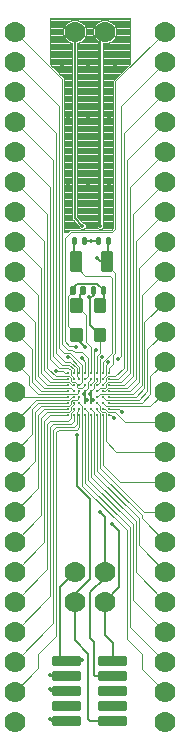
<source format=gtl>
G75*
%MOIN*%
%OFA0B0*%
%FSLAX24Y24*%
%IPPOS*%
%LPD*%
%AMOC8*
5,1,8,0,0,1.08239X$1,22.5*
%
%ADD10C,0.0106*%
%ADD11C,0.0700*%
%ADD12C,0.0117*%
%ADD13C,0.0118*%
%ADD14C,0.0060*%
%ADD15C,0.0040*%
%ADD16C,0.0139*%
%ADD17C,0.0080*%
D10*
X003977Y010928D03*
X003977Y011125D03*
X003977Y011322D03*
X003977Y011519D03*
X003977Y011716D03*
X003977Y011913D03*
X003977Y012109D03*
X003977Y012306D03*
X004174Y012306D03*
X004174Y012109D03*
X004174Y011913D03*
X004174Y011716D03*
X004174Y011519D03*
X004174Y011322D03*
X004174Y011125D03*
X004174Y010928D03*
X004371Y010928D03*
X004371Y011125D03*
X004371Y011322D03*
X004371Y011519D03*
X004371Y011716D03*
X004371Y011913D03*
X004371Y012109D03*
X004371Y012306D03*
X004568Y012306D03*
X004568Y012109D03*
X004568Y011913D03*
X004568Y011716D03*
X004568Y011519D03*
X004568Y011322D03*
X004568Y011125D03*
X004568Y010928D03*
X004765Y010928D03*
X004765Y011125D03*
X004765Y011322D03*
X004765Y011519D03*
X004765Y011716D03*
X004765Y011913D03*
X004765Y012109D03*
X004765Y012306D03*
X004962Y012306D03*
X004962Y012109D03*
X004962Y011913D03*
X004962Y011716D03*
X004962Y011519D03*
X004962Y011322D03*
X004962Y011125D03*
X004962Y010928D03*
X005159Y010928D03*
X005159Y011125D03*
X005159Y011322D03*
X005159Y011519D03*
X005159Y011716D03*
X005159Y011913D03*
X005159Y012109D03*
X005159Y012306D03*
X005355Y012306D03*
X005355Y012109D03*
X005355Y011913D03*
X005355Y011716D03*
X005355Y011519D03*
X005355Y011322D03*
X005355Y011125D03*
X005355Y010928D03*
D11*
X002214Y000700D03*
X002214Y001700D03*
X002214Y002700D03*
X002214Y003700D03*
X002214Y004700D03*
X002214Y005700D03*
X002214Y006700D03*
X002214Y007700D03*
X002214Y008700D03*
X002214Y009700D03*
X002214Y010700D03*
X002214Y011700D03*
X002214Y012700D03*
X002214Y013700D03*
X002214Y014700D03*
X002214Y015700D03*
X002214Y016700D03*
X002214Y017700D03*
X002214Y018700D03*
X002214Y019700D03*
X002214Y020700D03*
X002214Y021700D03*
X002214Y022700D03*
X002214Y023700D03*
X004214Y023700D03*
X005214Y023700D03*
X007214Y023700D03*
X007214Y022700D03*
X007214Y021700D03*
X007214Y020700D03*
X007214Y019700D03*
X007214Y018700D03*
X007214Y017700D03*
X007214Y016700D03*
X007214Y015700D03*
X007214Y014700D03*
X007214Y013700D03*
X007214Y012700D03*
X007214Y011700D03*
X007214Y010700D03*
X007214Y009700D03*
X007214Y008700D03*
X007214Y007700D03*
X007214Y006700D03*
X007214Y005700D03*
X007214Y004700D03*
X007214Y003700D03*
X007214Y002700D03*
X007214Y001700D03*
X007214Y000700D03*
X005214Y004700D03*
X005214Y005700D03*
X004214Y005700D03*
X004214Y004700D03*
D12*
X004360Y002637D02*
X003532Y002637D01*
X003532Y002819D01*
X004360Y002819D01*
X004360Y002637D01*
X004360Y002753D02*
X003532Y002753D01*
X003532Y002137D02*
X004360Y002137D01*
X003532Y002137D02*
X003532Y002319D01*
X004360Y002319D01*
X004360Y002137D01*
X004360Y002253D02*
X003532Y002253D01*
X003532Y001637D02*
X004360Y001637D01*
X003532Y001637D02*
X003532Y001819D01*
X004360Y001819D01*
X004360Y001637D01*
X004360Y001753D02*
X003532Y001753D01*
X003532Y001137D02*
X004360Y001137D01*
X003532Y001137D02*
X003532Y001319D01*
X004360Y001319D01*
X004360Y001137D01*
X004360Y001253D02*
X003532Y001253D01*
X003532Y000637D02*
X004360Y000637D01*
X003532Y000637D02*
X003532Y000819D01*
X004360Y000819D01*
X004360Y000637D01*
X004360Y000753D02*
X003532Y000753D01*
X005067Y000637D02*
X005895Y000637D01*
X005067Y000637D02*
X005067Y000819D01*
X005895Y000819D01*
X005895Y000637D01*
X005895Y000753D02*
X005067Y000753D01*
X005067Y001137D02*
X005895Y001137D01*
X005067Y001137D02*
X005067Y001319D01*
X005895Y001319D01*
X005895Y001137D01*
X005895Y001253D02*
X005067Y001253D01*
X005067Y001637D02*
X005895Y001637D01*
X005067Y001637D02*
X005067Y001819D01*
X005895Y001819D01*
X005895Y001637D01*
X005895Y001753D02*
X005067Y001753D01*
X005067Y002137D02*
X005895Y002137D01*
X005067Y002137D02*
X005067Y002319D01*
X005895Y002319D01*
X005895Y002137D01*
X005895Y002253D02*
X005067Y002253D01*
X005067Y002637D02*
X005895Y002637D01*
X005067Y002637D02*
X005067Y002819D01*
X005895Y002819D01*
X005895Y002637D01*
X005895Y002753D02*
X005067Y002753D01*
D13*
X005198Y013409D02*
X005198Y013763D01*
X005198Y013409D02*
X004922Y013409D01*
X004922Y013763D01*
X005198Y013763D01*
X005198Y013526D02*
X004922Y013526D01*
X004922Y013643D02*
X005198Y013643D01*
X005198Y013760D02*
X004922Y013760D01*
X005198Y014393D02*
X005198Y014747D01*
X005198Y014393D02*
X004922Y014393D01*
X004922Y014747D01*
X005198Y014747D01*
X005198Y014510D02*
X004922Y014510D01*
X004922Y014627D02*
X005198Y014627D01*
X005198Y014744D02*
X004922Y014744D01*
X004863Y015141D02*
X004825Y015141D01*
X004863Y015141D02*
X004863Y015003D01*
X004825Y015003D01*
X004825Y015141D01*
X004825Y015120D02*
X004863Y015120D01*
X005159Y015141D02*
X005197Y015141D01*
X005197Y015003D01*
X005159Y015003D01*
X005159Y015141D01*
X005159Y015120D02*
X005197Y015120D01*
X005148Y016327D02*
X005424Y016327D01*
X005424Y015765D01*
X005148Y015765D01*
X005148Y016327D01*
X005148Y015882D02*
X005424Y015882D01*
X005424Y015999D02*
X005148Y015999D01*
X005148Y016116D02*
X005424Y016116D01*
X005424Y016233D02*
X005148Y016233D01*
X005010Y016666D02*
X004972Y016666D01*
X004972Y016804D01*
X005010Y016804D01*
X005010Y016666D01*
X005010Y016783D02*
X004972Y016783D01*
X005307Y016666D02*
X005345Y016666D01*
X005307Y016666D02*
X005307Y016804D01*
X005345Y016804D01*
X005345Y016666D01*
X005345Y016783D02*
X005307Y016783D01*
X004557Y016804D02*
X004519Y016804D01*
X004557Y016804D02*
X004557Y016666D01*
X004519Y016666D01*
X004519Y016804D01*
X004519Y016783D02*
X004557Y016783D01*
X004382Y016327D02*
X004106Y016327D01*
X004382Y016327D02*
X004382Y015765D01*
X004106Y015765D01*
X004106Y016327D01*
X004106Y015882D02*
X004382Y015882D01*
X004382Y015999D02*
X004106Y015999D01*
X004106Y016116D02*
X004382Y016116D01*
X004382Y016233D02*
X004106Y016233D01*
X004185Y016804D02*
X004223Y016804D01*
X004223Y016666D01*
X004185Y016666D01*
X004185Y016804D01*
X004185Y016783D02*
X004223Y016783D01*
X004174Y015003D02*
X004136Y015003D01*
X004136Y015141D01*
X004174Y015141D01*
X004174Y015003D01*
X004174Y015120D02*
X004136Y015120D01*
X004411Y014747D02*
X004411Y014393D01*
X004135Y014393D01*
X004135Y014747D01*
X004411Y014747D01*
X004411Y014510D02*
X004135Y014510D01*
X004135Y014627D02*
X004411Y014627D01*
X004411Y014744D02*
X004135Y014744D01*
X004470Y015003D02*
X004508Y015003D01*
X004470Y015003D02*
X004470Y015141D01*
X004508Y015141D01*
X004508Y015003D01*
X004508Y015120D02*
X004470Y015120D01*
X004411Y013763D02*
X004411Y013409D01*
X004135Y013409D01*
X004135Y013763D01*
X004411Y013763D01*
X004411Y013526D02*
X004135Y013526D01*
X004135Y013643D02*
X004411Y013643D01*
X004411Y013760D02*
X004135Y013760D01*
D14*
X004568Y011716D02*
X004568Y011617D01*
X004568Y011519D01*
X004568Y011420D01*
X004568Y011322D01*
X004765Y011322D02*
X004765Y011420D01*
X004765Y011519D01*
X004765Y011617D01*
X004765Y011716D01*
D15*
X004863Y011814D01*
X004863Y011962D01*
X004962Y012060D01*
X004962Y012109D01*
X004863Y012060D02*
X004863Y013044D01*
X004912Y013094D01*
X005060Y012995D02*
X004962Y012897D01*
X004962Y012306D01*
X004863Y012060D02*
X004765Y011962D01*
X004765Y011913D01*
X004666Y012011D02*
X004765Y012109D01*
X004666Y012011D02*
X004666Y011814D01*
X004568Y011716D01*
X004568Y011617D02*
X004509Y011617D01*
X004470Y011814D02*
X004322Y011814D01*
X004273Y011863D01*
X004273Y011962D01*
X004223Y012011D01*
X004125Y012011D01*
X004076Y012060D01*
X004076Y012149D01*
X004017Y012208D01*
X003584Y012208D01*
X003288Y012503D01*
X003288Y017625D01*
X002214Y018700D01*
X002214Y017700D02*
X003190Y016724D01*
X003190Y012405D01*
X003485Y012109D01*
X003977Y012109D01*
X004027Y012011D02*
X004125Y011913D01*
X004174Y011913D01*
X004076Y011814D02*
X004174Y011716D01*
X004076Y011814D02*
X003190Y011814D01*
X002895Y012109D01*
X002895Y014019D01*
X002214Y014700D01*
X002993Y014920D02*
X002214Y015700D01*
X003092Y015822D02*
X002214Y016700D01*
X002993Y014920D02*
X002993Y012208D01*
X003288Y011913D01*
X003977Y011913D01*
X004027Y012011D02*
X003387Y012011D01*
X003092Y012306D01*
X003092Y015822D01*
X003840Y017031D02*
X003840Y022158D01*
X003805Y022193D01*
X003387Y022611D01*
X003387Y024141D01*
X006044Y024141D01*
X006044Y022615D01*
X005493Y022063D01*
X005493Y017154D01*
X005429Y017090D01*
X004051Y017090D01*
X004016Y017055D01*
X003991Y017031D01*
X003840Y017031D01*
X003840Y017063D02*
X004024Y017063D01*
X004076Y017031D02*
X005454Y017031D01*
X005552Y017129D01*
X005552Y022039D01*
X007214Y023700D01*
X007214Y022700D02*
X005749Y021235D01*
X005749Y012877D01*
X005670Y012798D01*
X005552Y012985D02*
X005552Y015653D01*
X005286Y015919D01*
X005286Y016046D01*
X005326Y016087D01*
X005384Y015554D02*
X004568Y015554D01*
X004244Y015878D01*
X004244Y016046D01*
X004204Y016087D01*
X003879Y016834D02*
X004076Y017031D01*
X004290Y017294D02*
X003840Y017294D01*
X003840Y017256D02*
X004329Y017256D01*
X004361Y017224D02*
X004361Y017182D01*
X004424Y017119D01*
X004515Y017119D01*
X004579Y017182D01*
X004579Y017273D01*
X004515Y017337D01*
X004473Y017337D01*
X004293Y017516D01*
X004293Y023311D01*
X004434Y023370D01*
X004544Y023479D01*
X004603Y023622D01*
X004603Y023778D01*
X004544Y023921D01*
X004434Y024030D01*
X004291Y024090D01*
X004136Y024090D01*
X003993Y024030D01*
X003883Y023921D01*
X003824Y023778D01*
X003824Y023622D01*
X003883Y023479D01*
X003993Y023370D01*
X004134Y023311D01*
X004134Y017450D01*
X004361Y017224D01*
X004361Y017217D02*
X003840Y017217D01*
X003840Y017179D02*
X004364Y017179D01*
X004403Y017140D02*
X003840Y017140D01*
X003840Y017102D02*
X005440Y017102D01*
X005479Y017140D02*
X005127Y017140D01*
X005105Y017119D02*
X005169Y017182D01*
X005169Y017273D01*
X005140Y017302D01*
X005140Y023310D01*
X005291Y023310D01*
X005434Y023370D01*
X005544Y023479D01*
X005603Y023622D01*
X005603Y023778D01*
X005544Y023921D01*
X005434Y024030D01*
X005291Y024090D01*
X005136Y024090D01*
X004993Y024030D01*
X004883Y023921D01*
X004824Y023778D01*
X004824Y023622D01*
X004883Y023479D01*
X004980Y023382D01*
X004980Y017302D01*
X004951Y017273D01*
X004951Y017182D01*
X005015Y017119D01*
X005105Y017119D01*
X005165Y017179D02*
X005493Y017179D01*
X005493Y017217D02*
X005169Y017217D01*
X005169Y017256D02*
X005493Y017256D01*
X005493Y017294D02*
X005148Y017294D01*
X005140Y017333D02*
X005493Y017333D01*
X005493Y017371D02*
X005140Y017371D01*
X005140Y017410D02*
X005493Y017410D01*
X005493Y017448D02*
X005140Y017448D01*
X005140Y017487D02*
X005493Y017487D01*
X005493Y017525D02*
X005140Y017525D01*
X005140Y017564D02*
X005493Y017564D01*
X005493Y017602D02*
X005140Y017602D01*
X005140Y017641D02*
X005493Y017641D01*
X005493Y017679D02*
X005140Y017679D01*
X005140Y017718D02*
X005493Y017718D01*
X005493Y017756D02*
X005140Y017756D01*
X005140Y017795D02*
X005493Y017795D01*
X005493Y017833D02*
X005140Y017833D01*
X005140Y017872D02*
X005493Y017872D01*
X005493Y017910D02*
X005140Y017910D01*
X005140Y017949D02*
X005493Y017949D01*
X005493Y017987D02*
X005140Y017987D01*
X005140Y018026D02*
X005493Y018026D01*
X005493Y018064D02*
X005140Y018064D01*
X005140Y018103D02*
X005493Y018103D01*
X005493Y018141D02*
X005140Y018141D01*
X005140Y018180D02*
X005493Y018180D01*
X005493Y018218D02*
X005140Y018218D01*
X005140Y018257D02*
X005493Y018257D01*
X005493Y018295D02*
X005140Y018295D01*
X005140Y018334D02*
X005493Y018334D01*
X005493Y018372D02*
X005140Y018372D01*
X005140Y018411D02*
X005493Y018411D01*
X005493Y018449D02*
X005140Y018449D01*
X005140Y018488D02*
X005493Y018488D01*
X005493Y018526D02*
X005140Y018526D01*
X005140Y018565D02*
X005493Y018565D01*
X005493Y018603D02*
X005140Y018603D01*
X005140Y018642D02*
X005493Y018642D01*
X005493Y018680D02*
X005140Y018680D01*
X005140Y018719D02*
X005493Y018719D01*
X005493Y018757D02*
X005140Y018757D01*
X005140Y018796D02*
X005493Y018796D01*
X005493Y018834D02*
X005140Y018834D01*
X005140Y018873D02*
X005493Y018873D01*
X005493Y018911D02*
X005140Y018911D01*
X005140Y018950D02*
X005493Y018950D01*
X005493Y018988D02*
X005140Y018988D01*
X005140Y019027D02*
X005493Y019027D01*
X005493Y019065D02*
X005140Y019065D01*
X005140Y019104D02*
X005493Y019104D01*
X005493Y019142D02*
X005140Y019142D01*
X005140Y019181D02*
X005493Y019181D01*
X005493Y019219D02*
X005140Y019219D01*
X005140Y019258D02*
X005493Y019258D01*
X005493Y019296D02*
X005140Y019296D01*
X005140Y019335D02*
X005493Y019335D01*
X005493Y019373D02*
X005140Y019373D01*
X005140Y019412D02*
X005493Y019412D01*
X005493Y019450D02*
X005140Y019450D01*
X005140Y019489D02*
X005493Y019489D01*
X005493Y019527D02*
X005140Y019527D01*
X005140Y019566D02*
X005493Y019566D01*
X005493Y019604D02*
X005140Y019604D01*
X005140Y019643D02*
X005493Y019643D01*
X005493Y019681D02*
X005140Y019681D01*
X005140Y019720D02*
X005493Y019720D01*
X005493Y019758D02*
X005140Y019758D01*
X005140Y019797D02*
X005493Y019797D01*
X005493Y019835D02*
X005140Y019835D01*
X005140Y019874D02*
X005493Y019874D01*
X005493Y019912D02*
X005140Y019912D01*
X005140Y019951D02*
X005493Y019951D01*
X005493Y019989D02*
X005140Y019989D01*
X005140Y020028D02*
X005493Y020028D01*
X005493Y020066D02*
X005140Y020066D01*
X005140Y020105D02*
X005493Y020105D01*
X005493Y020143D02*
X005140Y020143D01*
X005140Y020182D02*
X005493Y020182D01*
X005493Y020220D02*
X005140Y020220D01*
X005140Y020259D02*
X005493Y020259D01*
X005493Y020297D02*
X005140Y020297D01*
X005140Y020336D02*
X005493Y020336D01*
X005493Y020374D02*
X005140Y020374D01*
X005140Y020413D02*
X005493Y020413D01*
X005493Y020451D02*
X005140Y020451D01*
X005140Y020490D02*
X005493Y020490D01*
X005493Y020528D02*
X005140Y020528D01*
X005140Y020567D02*
X005493Y020567D01*
X005493Y020605D02*
X005140Y020605D01*
X005140Y020644D02*
X005493Y020644D01*
X005493Y020682D02*
X005140Y020682D01*
X005140Y020721D02*
X005493Y020721D01*
X005493Y020759D02*
X005140Y020759D01*
X005140Y020798D02*
X005493Y020798D01*
X005493Y020836D02*
X005140Y020836D01*
X005140Y020875D02*
X005493Y020875D01*
X005493Y020913D02*
X005140Y020913D01*
X005140Y020952D02*
X005493Y020952D01*
X005493Y020990D02*
X005140Y020990D01*
X005140Y021029D02*
X005493Y021029D01*
X005493Y021067D02*
X005140Y021067D01*
X005140Y021106D02*
X005493Y021106D01*
X005493Y021144D02*
X005140Y021144D01*
X005140Y021183D02*
X005493Y021183D01*
X005493Y021221D02*
X005140Y021221D01*
X005140Y021260D02*
X005493Y021260D01*
X005493Y021298D02*
X005140Y021298D01*
X005140Y021337D02*
X005493Y021337D01*
X005493Y021375D02*
X005140Y021375D01*
X005140Y021414D02*
X005493Y021414D01*
X005493Y021452D02*
X005140Y021452D01*
X005140Y021491D02*
X005493Y021491D01*
X005493Y021529D02*
X005140Y021529D01*
X005140Y021568D02*
X005493Y021568D01*
X005493Y021606D02*
X005140Y021606D01*
X005140Y021645D02*
X005493Y021645D01*
X005493Y021683D02*
X005140Y021683D01*
X005140Y021722D02*
X005493Y021722D01*
X005493Y021760D02*
X005140Y021760D01*
X005140Y021799D02*
X005493Y021799D01*
X005493Y021837D02*
X005140Y021837D01*
X005140Y021876D02*
X005493Y021876D01*
X005493Y021914D02*
X005140Y021914D01*
X005140Y021953D02*
X005493Y021953D01*
X005493Y021991D02*
X005140Y021991D01*
X005140Y022030D02*
X005493Y022030D01*
X005497Y022068D02*
X005140Y022068D01*
X005140Y022107D02*
X005536Y022107D01*
X005574Y022145D02*
X005140Y022145D01*
X005140Y022184D02*
X005613Y022184D01*
X005651Y022222D02*
X005140Y022222D01*
X005140Y022261D02*
X005690Y022261D01*
X005728Y022299D02*
X005140Y022299D01*
X005140Y022338D02*
X005767Y022338D01*
X005805Y022376D02*
X005140Y022376D01*
X005140Y022415D02*
X005844Y022415D01*
X005882Y022453D02*
X005140Y022453D01*
X005140Y022492D02*
X005921Y022492D01*
X005959Y022530D02*
X005140Y022530D01*
X005140Y022569D02*
X005998Y022569D01*
X006036Y022607D02*
X005140Y022607D01*
X005140Y022646D02*
X006044Y022646D01*
X006044Y022684D02*
X005140Y022684D01*
X005140Y022723D02*
X006044Y022723D01*
X006044Y022761D02*
X005140Y022761D01*
X005140Y022800D02*
X006044Y022800D01*
X006044Y022838D02*
X005140Y022838D01*
X005140Y022877D02*
X006044Y022877D01*
X006044Y022915D02*
X005140Y022915D01*
X005140Y022954D02*
X006044Y022954D01*
X006044Y022992D02*
X005140Y022992D01*
X005140Y023031D02*
X006044Y023031D01*
X006044Y023069D02*
X005140Y023069D01*
X005140Y023108D02*
X006044Y023108D01*
X006044Y023146D02*
X005140Y023146D01*
X005140Y023185D02*
X006044Y023185D01*
X006044Y023223D02*
X005140Y023223D01*
X005140Y023262D02*
X006044Y023262D01*
X006044Y023300D02*
X005140Y023300D01*
X004980Y023300D02*
X004293Y023300D01*
X004293Y023262D02*
X004980Y023262D01*
X004980Y023223D02*
X004293Y023223D01*
X004293Y023185D02*
X004980Y023185D01*
X004980Y023146D02*
X004293Y023146D01*
X004293Y023108D02*
X004980Y023108D01*
X004980Y023069D02*
X004293Y023069D01*
X004293Y023031D02*
X004980Y023031D01*
X004980Y022992D02*
X004293Y022992D01*
X004293Y022954D02*
X004980Y022954D01*
X004980Y022915D02*
X004293Y022915D01*
X004293Y022877D02*
X004980Y022877D01*
X004980Y022838D02*
X004293Y022838D01*
X004293Y022800D02*
X004980Y022800D01*
X004980Y022761D02*
X004293Y022761D01*
X004293Y022723D02*
X004980Y022723D01*
X004980Y022684D02*
X004293Y022684D01*
X004293Y022646D02*
X004980Y022646D01*
X004980Y022607D02*
X004293Y022607D01*
X004293Y022569D02*
X004980Y022569D01*
X004980Y022530D02*
X004293Y022530D01*
X004293Y022492D02*
X004980Y022492D01*
X004980Y022453D02*
X004293Y022453D01*
X004293Y022415D02*
X004980Y022415D01*
X004980Y022376D02*
X004293Y022376D01*
X004293Y022338D02*
X004980Y022338D01*
X004980Y022299D02*
X004293Y022299D01*
X004293Y022261D02*
X004980Y022261D01*
X004980Y022222D02*
X004293Y022222D01*
X004293Y022184D02*
X004980Y022184D01*
X004980Y022145D02*
X004293Y022145D01*
X004293Y022107D02*
X004980Y022107D01*
X004980Y022068D02*
X004293Y022068D01*
X004293Y022030D02*
X004980Y022030D01*
X004980Y021991D02*
X004293Y021991D01*
X004293Y021953D02*
X004980Y021953D01*
X004980Y021914D02*
X004293Y021914D01*
X004293Y021876D02*
X004980Y021876D01*
X004980Y021837D02*
X004293Y021837D01*
X004293Y021799D02*
X004980Y021799D01*
X004980Y021760D02*
X004293Y021760D01*
X004293Y021722D02*
X004980Y021722D01*
X004980Y021683D02*
X004293Y021683D01*
X004293Y021645D02*
X004980Y021645D01*
X004980Y021606D02*
X004293Y021606D01*
X004293Y021568D02*
X004980Y021568D01*
X004980Y021529D02*
X004293Y021529D01*
X004293Y021491D02*
X004980Y021491D01*
X004980Y021452D02*
X004293Y021452D01*
X004293Y021414D02*
X004980Y021414D01*
X004980Y021375D02*
X004293Y021375D01*
X004293Y021337D02*
X004980Y021337D01*
X004980Y021298D02*
X004293Y021298D01*
X004293Y021260D02*
X004980Y021260D01*
X004980Y021221D02*
X004293Y021221D01*
X004293Y021183D02*
X004980Y021183D01*
X004980Y021144D02*
X004293Y021144D01*
X004293Y021106D02*
X004980Y021106D01*
X004980Y021067D02*
X004293Y021067D01*
X004293Y021029D02*
X004980Y021029D01*
X004980Y020990D02*
X004293Y020990D01*
X004293Y020952D02*
X004980Y020952D01*
X004980Y020913D02*
X004293Y020913D01*
X004293Y020875D02*
X004980Y020875D01*
X004980Y020836D02*
X004293Y020836D01*
X004293Y020798D02*
X004980Y020798D01*
X004980Y020759D02*
X004293Y020759D01*
X004293Y020721D02*
X004980Y020721D01*
X004980Y020682D02*
X004293Y020682D01*
X004293Y020644D02*
X004980Y020644D01*
X004980Y020605D02*
X004293Y020605D01*
X004293Y020567D02*
X004980Y020567D01*
X004980Y020528D02*
X004293Y020528D01*
X004293Y020490D02*
X004980Y020490D01*
X004980Y020451D02*
X004293Y020451D01*
X004293Y020413D02*
X004980Y020413D01*
X004980Y020374D02*
X004293Y020374D01*
X004293Y020336D02*
X004980Y020336D01*
X004980Y020297D02*
X004293Y020297D01*
X004293Y020259D02*
X004980Y020259D01*
X004980Y020220D02*
X004293Y020220D01*
X004293Y020182D02*
X004980Y020182D01*
X004980Y020143D02*
X004293Y020143D01*
X004293Y020105D02*
X004980Y020105D01*
X004980Y020066D02*
X004293Y020066D01*
X004293Y020028D02*
X004980Y020028D01*
X004980Y019989D02*
X004293Y019989D01*
X004293Y019951D02*
X004980Y019951D01*
X004980Y019912D02*
X004293Y019912D01*
X004293Y019874D02*
X004980Y019874D01*
X004980Y019835D02*
X004293Y019835D01*
X004293Y019797D02*
X004980Y019797D01*
X004980Y019758D02*
X004293Y019758D01*
X004293Y019720D02*
X004980Y019720D01*
X004980Y019681D02*
X004293Y019681D01*
X004293Y019643D02*
X004980Y019643D01*
X004980Y019604D02*
X004293Y019604D01*
X004293Y019566D02*
X004980Y019566D01*
X004980Y019527D02*
X004293Y019527D01*
X004293Y019489D02*
X004980Y019489D01*
X004980Y019450D02*
X004293Y019450D01*
X004293Y019412D02*
X004980Y019412D01*
X004980Y019373D02*
X004293Y019373D01*
X004293Y019335D02*
X004980Y019335D01*
X004980Y019296D02*
X004293Y019296D01*
X004293Y019258D02*
X004980Y019258D01*
X004980Y019219D02*
X004293Y019219D01*
X004293Y019181D02*
X004980Y019181D01*
X004980Y019142D02*
X004293Y019142D01*
X004293Y019104D02*
X004980Y019104D01*
X004980Y019065D02*
X004293Y019065D01*
X004293Y019027D02*
X004980Y019027D01*
X004980Y018988D02*
X004293Y018988D01*
X004293Y018950D02*
X004980Y018950D01*
X004980Y018911D02*
X004293Y018911D01*
X004293Y018873D02*
X004980Y018873D01*
X004980Y018834D02*
X004293Y018834D01*
X004293Y018796D02*
X004980Y018796D01*
X004980Y018757D02*
X004293Y018757D01*
X004293Y018719D02*
X004980Y018719D01*
X004980Y018680D02*
X004293Y018680D01*
X004293Y018642D02*
X004980Y018642D01*
X004980Y018603D02*
X004293Y018603D01*
X004293Y018565D02*
X004980Y018565D01*
X004980Y018526D02*
X004293Y018526D01*
X004293Y018488D02*
X004980Y018488D01*
X004980Y018449D02*
X004293Y018449D01*
X004293Y018411D02*
X004980Y018411D01*
X004980Y018372D02*
X004293Y018372D01*
X004293Y018334D02*
X004980Y018334D01*
X004980Y018295D02*
X004293Y018295D01*
X004293Y018257D02*
X004980Y018257D01*
X004980Y018218D02*
X004293Y018218D01*
X004293Y018180D02*
X004980Y018180D01*
X004980Y018141D02*
X004293Y018141D01*
X004293Y018103D02*
X004980Y018103D01*
X004980Y018064D02*
X004293Y018064D01*
X004293Y018026D02*
X004980Y018026D01*
X004980Y017987D02*
X004293Y017987D01*
X004293Y017949D02*
X004980Y017949D01*
X004980Y017910D02*
X004293Y017910D01*
X004293Y017872D02*
X004980Y017872D01*
X004980Y017833D02*
X004293Y017833D01*
X004293Y017795D02*
X004980Y017795D01*
X004980Y017756D02*
X004293Y017756D01*
X004293Y017718D02*
X004980Y017718D01*
X004980Y017679D02*
X004293Y017679D01*
X004293Y017641D02*
X004980Y017641D01*
X004980Y017602D02*
X004293Y017602D01*
X004293Y017564D02*
X004980Y017564D01*
X004980Y017525D02*
X004293Y017525D01*
X004323Y017487D02*
X004980Y017487D01*
X004980Y017448D02*
X004362Y017448D01*
X004400Y017410D02*
X004980Y017410D01*
X004980Y017371D02*
X004439Y017371D01*
X004519Y017333D02*
X004980Y017333D01*
X004972Y017294D02*
X004557Y017294D01*
X004579Y017256D02*
X004951Y017256D01*
X004951Y017217D02*
X004579Y017217D01*
X004575Y017179D02*
X004955Y017179D01*
X004993Y017140D02*
X004536Y017140D01*
X004252Y017333D02*
X003840Y017333D01*
X003840Y017371D02*
X004213Y017371D01*
X004175Y017410D02*
X003840Y017410D01*
X003840Y017448D02*
X004136Y017448D01*
X004134Y017487D02*
X003840Y017487D01*
X003840Y017525D02*
X004134Y017525D01*
X004134Y017564D02*
X003840Y017564D01*
X003840Y017602D02*
X004134Y017602D01*
X004134Y017641D02*
X003840Y017641D01*
X003840Y017679D02*
X004134Y017679D01*
X004134Y017718D02*
X003840Y017718D01*
X003840Y017756D02*
X004134Y017756D01*
X004134Y017795D02*
X003840Y017795D01*
X003840Y017833D02*
X004134Y017833D01*
X004134Y017872D02*
X003840Y017872D01*
X003840Y017910D02*
X004134Y017910D01*
X004134Y017949D02*
X003840Y017949D01*
X003840Y017987D02*
X004134Y017987D01*
X004134Y018026D02*
X003840Y018026D01*
X003840Y018064D02*
X004134Y018064D01*
X004134Y018103D02*
X003840Y018103D01*
X003840Y018141D02*
X004134Y018141D01*
X004134Y018180D02*
X003840Y018180D01*
X003840Y018218D02*
X004134Y018218D01*
X004134Y018257D02*
X003840Y018257D01*
X003840Y018295D02*
X004134Y018295D01*
X004134Y018334D02*
X003840Y018334D01*
X003840Y018372D02*
X004134Y018372D01*
X004134Y018411D02*
X003840Y018411D01*
X003840Y018449D02*
X004134Y018449D01*
X004134Y018488D02*
X003840Y018488D01*
X003840Y018526D02*
X004134Y018526D01*
X004134Y018565D02*
X003840Y018565D01*
X003840Y018603D02*
X004134Y018603D01*
X004134Y018642D02*
X003840Y018642D01*
X003840Y018680D02*
X004134Y018680D01*
X004134Y018719D02*
X003840Y018719D01*
X003840Y018757D02*
X004134Y018757D01*
X004134Y018796D02*
X003840Y018796D01*
X003840Y018834D02*
X004134Y018834D01*
X004134Y018873D02*
X003840Y018873D01*
X003840Y018911D02*
X004134Y018911D01*
X004134Y018950D02*
X003840Y018950D01*
X003840Y018988D02*
X004134Y018988D01*
X004134Y019027D02*
X003840Y019027D01*
X003840Y019065D02*
X004134Y019065D01*
X004134Y019104D02*
X003840Y019104D01*
X003840Y019142D02*
X004134Y019142D01*
X004134Y019181D02*
X003840Y019181D01*
X003840Y019219D02*
X004134Y019219D01*
X004134Y019258D02*
X003840Y019258D01*
X003840Y019296D02*
X004134Y019296D01*
X004134Y019335D02*
X003840Y019335D01*
X003840Y019373D02*
X004134Y019373D01*
X004134Y019412D02*
X003840Y019412D01*
X003840Y019450D02*
X004134Y019450D01*
X004134Y019489D02*
X003840Y019489D01*
X003840Y019527D02*
X004134Y019527D01*
X004134Y019566D02*
X003840Y019566D01*
X003840Y019604D02*
X004134Y019604D01*
X004134Y019643D02*
X003840Y019643D01*
X003840Y019681D02*
X004134Y019681D01*
X004134Y019720D02*
X003840Y019720D01*
X003840Y019758D02*
X004134Y019758D01*
X004134Y019797D02*
X003840Y019797D01*
X003840Y019835D02*
X004134Y019835D01*
X004134Y019874D02*
X003840Y019874D01*
X003840Y019912D02*
X004134Y019912D01*
X004134Y019951D02*
X003840Y019951D01*
X003840Y019989D02*
X004134Y019989D01*
X004134Y020028D02*
X003840Y020028D01*
X003840Y020066D02*
X004134Y020066D01*
X004134Y020105D02*
X003840Y020105D01*
X003840Y020143D02*
X004134Y020143D01*
X004134Y020182D02*
X003840Y020182D01*
X003840Y020220D02*
X004134Y020220D01*
X004134Y020259D02*
X003840Y020259D01*
X003840Y020297D02*
X004134Y020297D01*
X004134Y020336D02*
X003840Y020336D01*
X003840Y020374D02*
X004134Y020374D01*
X004134Y020413D02*
X003840Y020413D01*
X003840Y020451D02*
X004134Y020451D01*
X004134Y020490D02*
X003840Y020490D01*
X003840Y020528D02*
X004134Y020528D01*
X004134Y020567D02*
X003840Y020567D01*
X003840Y020605D02*
X004134Y020605D01*
X004134Y020644D02*
X003840Y020644D01*
X003840Y020682D02*
X004134Y020682D01*
X004134Y020721D02*
X003840Y020721D01*
X003840Y020759D02*
X004134Y020759D01*
X004134Y020798D02*
X003840Y020798D01*
X003840Y020836D02*
X004134Y020836D01*
X004134Y020875D02*
X003840Y020875D01*
X003840Y020913D02*
X004134Y020913D01*
X004134Y020952D02*
X003840Y020952D01*
X003840Y020990D02*
X004134Y020990D01*
X004134Y021029D02*
X003840Y021029D01*
X003840Y021067D02*
X004134Y021067D01*
X004134Y021106D02*
X003840Y021106D01*
X003840Y021144D02*
X004134Y021144D01*
X004134Y021183D02*
X003840Y021183D01*
X003840Y021221D02*
X004134Y021221D01*
X004134Y021260D02*
X003840Y021260D01*
X003840Y021298D02*
X004134Y021298D01*
X004134Y021337D02*
X003840Y021337D01*
X003840Y021375D02*
X004134Y021375D01*
X004134Y021414D02*
X003840Y021414D01*
X003840Y021452D02*
X004134Y021452D01*
X004134Y021491D02*
X003840Y021491D01*
X003840Y021529D02*
X004134Y021529D01*
X004134Y021568D02*
X003840Y021568D01*
X003840Y021606D02*
X004134Y021606D01*
X004134Y021645D02*
X003840Y021645D01*
X003840Y021683D02*
X004134Y021683D01*
X004134Y021722D02*
X003840Y021722D01*
X003840Y021760D02*
X004134Y021760D01*
X004134Y021799D02*
X003840Y021799D01*
X003840Y021837D02*
X004134Y021837D01*
X004134Y021876D02*
X003840Y021876D01*
X003840Y021914D02*
X004134Y021914D01*
X004134Y021953D02*
X003840Y021953D01*
X003840Y021991D02*
X004134Y021991D01*
X004134Y022030D02*
X003840Y022030D01*
X003840Y022068D02*
X004134Y022068D01*
X004134Y022107D02*
X003840Y022107D01*
X003840Y022145D02*
X004134Y022145D01*
X004134Y022184D02*
X003814Y022184D01*
X003776Y022222D02*
X004134Y022222D01*
X004134Y022261D02*
X003737Y022261D01*
X003699Y022299D02*
X004134Y022299D01*
X004134Y022338D02*
X003660Y022338D01*
X003622Y022376D02*
X004134Y022376D01*
X004134Y022415D02*
X003583Y022415D01*
X003545Y022453D02*
X004134Y022453D01*
X004134Y022492D02*
X003506Y022492D01*
X003468Y022530D02*
X004134Y022530D01*
X004134Y022569D02*
X003429Y022569D01*
X003391Y022607D02*
X004134Y022607D01*
X004134Y022646D02*
X003387Y022646D01*
X003387Y022684D02*
X004134Y022684D01*
X004134Y022723D02*
X003387Y022723D01*
X003387Y022761D02*
X004134Y022761D01*
X004134Y022800D02*
X003387Y022800D01*
X003387Y022838D02*
X004134Y022838D01*
X004134Y022877D02*
X003387Y022877D01*
X003387Y022915D02*
X004134Y022915D01*
X004134Y022954D02*
X003387Y022954D01*
X003387Y022992D02*
X004134Y022992D01*
X004134Y023031D02*
X003387Y023031D01*
X003387Y023069D02*
X004134Y023069D01*
X004134Y023108D02*
X003387Y023108D01*
X003387Y023146D02*
X004134Y023146D01*
X004134Y023185D02*
X003387Y023185D01*
X003387Y023223D02*
X004134Y023223D01*
X004134Y023262D02*
X003387Y023262D01*
X003387Y023300D02*
X004134Y023300D01*
X004068Y023339D02*
X003387Y023339D01*
X003387Y023377D02*
X003985Y023377D01*
X003947Y023416D02*
X003387Y023416D01*
X003387Y023454D02*
X003908Y023454D01*
X003878Y023493D02*
X003387Y023493D01*
X003387Y023531D02*
X003862Y023531D01*
X003846Y023570D02*
X003387Y023570D01*
X003387Y023608D02*
X003830Y023608D01*
X003824Y023647D02*
X003387Y023647D01*
X003387Y023685D02*
X003824Y023685D01*
X003824Y023724D02*
X003387Y023724D01*
X003387Y023762D02*
X003824Y023762D01*
X003834Y023801D02*
X003387Y023801D01*
X003387Y023839D02*
X003849Y023839D01*
X003865Y023878D02*
X003387Y023878D01*
X003387Y023916D02*
X003881Y023916D01*
X003917Y023955D02*
X003387Y023955D01*
X003387Y023993D02*
X003956Y023993D01*
X003996Y024032D02*
X003387Y024032D01*
X003387Y024070D02*
X004089Y024070D01*
X004338Y024070D02*
X005089Y024070D01*
X004996Y024032D02*
X004431Y024032D01*
X004472Y023993D02*
X004956Y023993D01*
X004917Y023955D02*
X004510Y023955D01*
X004546Y023916D02*
X004881Y023916D01*
X004865Y023878D02*
X004562Y023878D01*
X004578Y023839D02*
X004849Y023839D01*
X004834Y023801D02*
X004594Y023801D01*
X004603Y023762D02*
X004824Y023762D01*
X004824Y023724D02*
X004603Y023724D01*
X004603Y023685D02*
X004824Y023685D01*
X004824Y023647D02*
X004603Y023647D01*
X004597Y023608D02*
X004830Y023608D01*
X004846Y023570D02*
X004581Y023570D01*
X004566Y023531D02*
X004862Y023531D01*
X004878Y023493D02*
X004550Y023493D01*
X004519Y023454D02*
X004908Y023454D01*
X004947Y023416D02*
X004480Y023416D01*
X004442Y023377D02*
X004980Y023377D01*
X004980Y023339D02*
X004360Y023339D01*
X003781Y022133D02*
X003781Y013291D01*
X003977Y013094D01*
X004135Y013094D01*
X004214Y013015D01*
X004450Y013015D01*
X004657Y012808D01*
X004666Y012208D01*
X004568Y012109D01*
X004470Y012011D02*
X004470Y012592D01*
X004066Y012995D01*
X003849Y012995D01*
X003682Y013163D01*
X003682Y021231D01*
X002214Y022700D01*
X002214Y021700D02*
X003584Y020330D01*
X003584Y012995D01*
X003879Y012700D01*
X004066Y012700D01*
X004273Y012493D01*
X004273Y012208D01*
X004371Y012109D01*
X004470Y012011D02*
X004371Y011913D01*
X004371Y011716D02*
X004273Y011617D01*
X002993Y011617D01*
X002698Y011913D01*
X002698Y012216D01*
X002214Y012700D01*
X002796Y013117D02*
X002214Y013700D01*
X002796Y013117D02*
X002796Y012011D01*
X003092Y011716D01*
X003977Y011716D01*
X003977Y011519D02*
X002395Y011519D01*
X002214Y011700D01*
X002934Y011420D02*
X002214Y010700D01*
X002796Y010283D02*
X002214Y009700D01*
X002895Y009381D02*
X002214Y008700D01*
X002993Y008480D02*
X002214Y007700D01*
X003092Y007578D02*
X002214Y006700D01*
X003190Y006676D02*
X002214Y005700D01*
X002214Y004700D02*
X003288Y005775D01*
X003288Y010633D01*
X003387Y010731D01*
X003977Y010731D01*
X004076Y010830D01*
X004076Y010978D01*
X004174Y011076D01*
X004174Y011125D01*
X004076Y011076D02*
X004027Y011027D01*
X003288Y011027D01*
X003092Y010830D01*
X003092Y007578D01*
X002993Y008480D02*
X002993Y010928D01*
X003190Y011125D01*
X003977Y011125D01*
X004027Y011224D02*
X003092Y011224D01*
X002895Y011027D01*
X002895Y009381D01*
X002796Y010283D02*
X002796Y011125D01*
X002993Y011322D01*
X003977Y011322D01*
X004076Y011273D02*
X004027Y011224D01*
X004076Y011273D02*
X004076Y011371D01*
X004125Y011420D01*
X004273Y011420D01*
X004371Y011519D01*
X004371Y011322D02*
X004470Y011224D01*
X004470Y008566D01*
X005946Y007090D01*
X005946Y003448D01*
X006438Y002956D01*
X006438Y002464D01*
X006450Y002464D01*
X007214Y001700D01*
X007214Y002700D02*
X006044Y003869D01*
X006044Y007188D01*
X004568Y008665D01*
X004568Y010928D01*
X004666Y011027D02*
X004568Y011125D01*
X004666Y011027D02*
X004666Y008763D01*
X006143Y007287D01*
X006143Y004771D01*
X007214Y003700D01*
X007214Y004700D02*
X006241Y005672D01*
X006241Y007385D01*
X004765Y008861D01*
X004765Y010928D01*
X004863Y011027D02*
X004765Y011125D01*
X004765Y011420D02*
X004824Y011420D01*
X004765Y011617D02*
X004706Y011617D01*
X004627Y011420D02*
X004568Y011420D01*
X004470Y011814D02*
X004568Y011913D01*
X004568Y012306D02*
X004568Y012700D01*
X004450Y012818D01*
X004371Y012533D02*
X004056Y012848D01*
X003997Y012848D01*
X004027Y012602D02*
X003781Y012602D01*
X003485Y012897D01*
X003485Y019428D01*
X002214Y020700D01*
X002214Y019700D02*
X003387Y018527D01*
X003387Y012798D01*
X003682Y012503D01*
X003987Y012503D01*
X004076Y012415D01*
X004076Y012257D01*
X004174Y012159D01*
X004174Y012109D01*
X004174Y012306D02*
X004174Y012454D01*
X004027Y012602D01*
X003977Y012306D02*
X003889Y012306D01*
X003820Y012375D01*
X003603Y012375D01*
X004036Y013231D02*
X003879Y013389D01*
X003879Y016834D01*
X004155Y015141D02*
X004155Y015072D01*
X003977Y014895D01*
X003977Y013881D01*
X004273Y013586D01*
X004273Y013468D01*
X004214Y013231D02*
X004036Y013231D01*
X004214Y013231D02*
X004253Y013192D01*
X004371Y012533D02*
X004371Y012306D01*
X004174Y011519D02*
X004125Y011519D01*
X004027Y011420D01*
X002934Y011420D01*
X003387Y010928D02*
X003190Y010731D01*
X003190Y006676D01*
X003387Y004873D02*
X002214Y003700D01*
X002214Y002700D02*
X003485Y003972D01*
X003485Y010436D01*
X003584Y010535D01*
X004174Y010535D01*
X004273Y010633D01*
X004273Y011027D01*
X004371Y011125D01*
X004371Y010928D02*
X004371Y010535D01*
X004273Y010436D01*
X003682Y010436D01*
X003584Y010338D01*
X003584Y003546D01*
X002993Y002956D01*
X002993Y002480D01*
X002214Y001700D01*
X003387Y004873D02*
X003387Y010535D01*
X003485Y010633D01*
X004076Y010633D01*
X004174Y010731D01*
X004174Y010928D01*
X004076Y011076D02*
X004076Y011174D01*
X004174Y011273D01*
X004174Y011322D01*
X003977Y010928D02*
X003387Y010928D01*
X004765Y013192D02*
X004598Y013359D01*
X004598Y014245D01*
X004273Y014570D01*
X004381Y014678D01*
X004489Y015023D02*
X004489Y015072D01*
X005060Y014570D02*
X005178Y014688D01*
X005454Y015485D02*
X005384Y015554D01*
X005454Y015485D02*
X005454Y012995D01*
X005159Y012700D01*
X005159Y012306D01*
X005257Y012257D02*
X005159Y012159D01*
X005159Y012109D01*
X005257Y012060D02*
X005159Y011962D01*
X005159Y011913D01*
X005208Y011814D02*
X005257Y011863D01*
X005257Y011962D01*
X005306Y012011D01*
X005749Y012011D01*
X006044Y012306D01*
X006044Y018531D01*
X007214Y019700D01*
X007214Y018700D02*
X006143Y017629D01*
X006143Y012208D01*
X005848Y011913D01*
X005355Y011913D01*
X005306Y011814D02*
X005946Y011814D01*
X006241Y012109D01*
X006241Y016728D01*
X007214Y017700D01*
X007214Y016700D02*
X006340Y015826D01*
X006340Y012011D01*
X006044Y011716D01*
X005355Y011716D01*
X005306Y011814D02*
X005208Y011716D01*
X005159Y011716D01*
X005208Y011814D02*
X005060Y011814D01*
X004962Y011716D01*
X005060Y011617D02*
X004962Y011519D01*
X005060Y011617D02*
X006143Y011617D01*
X006438Y011913D01*
X006438Y014924D01*
X007214Y015700D01*
X007214Y014700D02*
X006536Y014023D01*
X006536Y011814D01*
X006241Y011519D01*
X005355Y011519D01*
X005257Y011420D02*
X006340Y011420D01*
X006635Y011716D01*
X006635Y013121D01*
X007214Y013700D01*
X007214Y012700D02*
X006733Y012220D01*
X006733Y011617D01*
X006438Y011322D01*
X005355Y011322D01*
X005257Y011224D02*
X006737Y011224D01*
X007214Y011700D01*
X007214Y010700D02*
X005879Y010700D01*
X005552Y011027D01*
X005316Y011027D01*
X005218Y011125D01*
X005159Y011125D01*
X005208Y011027D02*
X005109Y011027D01*
X005060Y011076D01*
X005060Y011224D01*
X004962Y011322D01*
X004962Y011125D02*
X004962Y011076D01*
X005060Y010978D01*
X005060Y009157D01*
X006517Y007700D01*
X007214Y007700D01*
X006438Y007476D02*
X007214Y006700D01*
X006340Y006574D02*
X007214Y005700D01*
X006438Y007476D02*
X006438Y007582D01*
X004962Y009058D01*
X004962Y010928D01*
X004863Y011027D02*
X004863Y008960D01*
X006340Y007483D01*
X006340Y006574D01*
X005714Y008700D02*
X007214Y008700D01*
X007214Y009700D02*
X005599Y009700D01*
X005257Y010043D01*
X005257Y010978D01*
X005208Y011027D01*
X005159Y010928D02*
X005159Y009255D01*
X005714Y008700D01*
X005533Y010830D02*
X005434Y010928D01*
X005355Y010928D01*
X005355Y011125D02*
X005680Y011125D01*
X005779Y011027D01*
X005651Y012109D02*
X005946Y012405D01*
X005946Y019432D01*
X007214Y020700D01*
X007214Y021700D02*
X005848Y020334D01*
X005848Y012503D01*
X005552Y012208D01*
X005306Y012208D01*
X005257Y012159D01*
X005257Y012060D01*
X005355Y012109D02*
X005651Y012109D01*
X005355Y012493D02*
X005473Y012611D01*
X005473Y012907D01*
X005552Y012985D01*
X005336Y012680D02*
X005257Y012602D01*
X005257Y012257D01*
X005355Y012306D02*
X005355Y012493D01*
X005060Y012798D02*
X005109Y012848D01*
X005060Y012798D02*
X005060Y012011D01*
X004962Y011913D01*
X005159Y011519D02*
X005257Y011420D01*
X005159Y011322D02*
X005257Y011224D01*
X004765Y012306D02*
X004765Y013192D01*
X005060Y012995D02*
X005060Y013586D01*
X003781Y022133D02*
X002214Y023700D01*
X003387Y024109D02*
X006044Y024109D01*
X006044Y024070D02*
X005338Y024070D01*
X005431Y024032D02*
X006044Y024032D01*
X006044Y023993D02*
X005472Y023993D01*
X005510Y023955D02*
X006044Y023955D01*
X006044Y023916D02*
X005546Y023916D01*
X005562Y023878D02*
X006044Y023878D01*
X006044Y023839D02*
X005578Y023839D01*
X005594Y023801D02*
X006044Y023801D01*
X006044Y023762D02*
X005603Y023762D01*
X005603Y023724D02*
X006044Y023724D01*
X006044Y023685D02*
X005603Y023685D01*
X005603Y023647D02*
X006044Y023647D01*
X006044Y023608D02*
X005597Y023608D01*
X005581Y023570D02*
X006044Y023570D01*
X006044Y023531D02*
X005566Y023531D01*
X005550Y023493D02*
X006044Y023493D01*
X006044Y023454D02*
X005519Y023454D01*
X005480Y023416D02*
X006044Y023416D01*
X006044Y023377D02*
X005442Y023377D01*
X005360Y023339D02*
X006044Y023339D01*
D16*
X005552Y022543D03*
X005355Y020869D03*
X005257Y019688D03*
X005355Y018606D03*
X005355Y017523D03*
X005060Y017228D03*
X004765Y016735D03*
X004470Y017228D03*
X004666Y017523D03*
X004666Y018606D03*
X004666Y019688D03*
X004666Y020869D03*
X004666Y022543D03*
X003977Y020869D03*
X003977Y019688D03*
X003977Y018606D03*
X003977Y017523D03*
X004676Y014865D03*
X004962Y016145D03*
X004558Y013182D03*
X004450Y012818D03*
X004253Y013192D03*
X003997Y012848D03*
X003603Y012375D03*
X004273Y010239D03*
X004627Y011420D03*
X004706Y011617D03*
X004824Y011420D03*
X004509Y011617D03*
X004912Y013094D03*
X005109Y012848D03*
X005336Y012680D03*
X005670Y012798D03*
X005779Y011027D03*
X005533Y010830D03*
X005060Y007690D03*
X005454Y007287D03*
X004470Y002759D03*
X003387Y002267D03*
X003387Y001775D03*
X003387Y000791D03*
X003781Y022543D03*
D17*
X004214Y023700D02*
X004214Y017483D01*
X004470Y017228D01*
X004538Y016735D02*
X004765Y016735D01*
X004991Y016735D01*
X005060Y017228D02*
X005060Y023546D01*
X005214Y023700D01*
X005326Y016735D02*
X005326Y016087D01*
X005286Y016046D02*
X005060Y016046D01*
X004962Y016145D01*
X004962Y015289D02*
X005178Y015072D01*
X005178Y014688D01*
X004962Y015289D02*
X004302Y015289D01*
X004155Y015141D01*
X004381Y014915D02*
X004381Y014678D01*
X004381Y014915D02*
X004489Y015023D01*
X004676Y014865D02*
X004735Y014806D01*
X004844Y014915D01*
X004844Y015072D01*
X004735Y014806D02*
X004735Y013911D01*
X005060Y013586D01*
X004558Y013182D02*
X004273Y013468D01*
X004204Y016087D02*
X004204Y016735D01*
X004273Y010239D02*
X004273Y008566D01*
X004716Y008123D01*
X004716Y005466D01*
X004214Y004964D01*
X004214Y004700D01*
X004214Y003409D01*
X004666Y002956D01*
X004666Y000791D01*
X004729Y000728D01*
X005481Y000728D01*
X005481Y002228D02*
X004903Y002228D01*
X004863Y002267D01*
X004863Y003350D01*
X004716Y003497D01*
X004716Y005005D01*
X005214Y005503D01*
X005214Y005700D01*
X005214Y007537D01*
X005060Y007690D01*
X005454Y007287D02*
X005690Y007050D01*
X005690Y005176D01*
X005214Y004700D01*
X005214Y003590D01*
X005481Y003322D01*
X005481Y002728D01*
X004470Y002728D02*
X003946Y002728D01*
X003712Y002728D01*
X003712Y005198D01*
X004214Y005700D01*
X004470Y002759D02*
X004470Y002728D01*
X003946Y002228D02*
X003426Y002228D01*
X003387Y002267D01*
X003387Y001775D02*
X003434Y001728D01*
X003946Y001728D01*
X003946Y000728D02*
X003450Y000728D01*
X003387Y000791D01*
M02*

</source>
